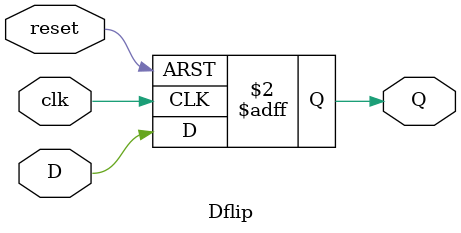
<source format=sv>
module sychronized (input async_sig, input outclk, output out_sync_sig);
	logic DFF, DFF1, DFF2, DFF3;
	assign out_sync_sig = DFF2;
	
	Dflip flip1(.D(1'b1), .clk(async_sig), .reset(DFF3), .Q(DFF));
	Dflip flip2(.D(DFF), .clk(outclk), .reset(1'b0), .Q(DFF1));
	Dflip flip3(.D(DFF1), .clk(outclk), .reset(1'b0), .Q(DFF2));
	Dflip flip4(.D(DFF2), .clk(~outclk), .reset(1'b0), .Q(DFF3));

endmodule

module Dflip(input logic D, input logic clk, input logic reset, output logic Q);
	always_ff @(posedge clk, posedge reset) begin
        if (reset)    Q <= 1'b0;
        else        Q <= D;
    end
endmodule
</source>
